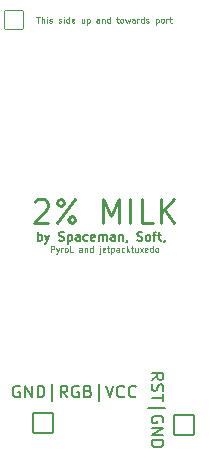
<source format=gbr>
%TF.GenerationSoftware,KiCad,Pcbnew,(6.0.6)*%
%TF.CreationDate,2022-09-08T19:20:13+10:00*%
%TF.ProjectId,milk,6d696c6b-2e6b-4696-9361-645f70636258,rev?*%
%TF.SameCoordinates,Original*%
%TF.FileFunction,Legend,Top*%
%TF.FilePolarity,Positive*%
%FSLAX46Y46*%
G04 Gerber Fmt 4.6, Leading zero omitted, Abs format (unit mm)*
G04 Created by KiCad (PCBNEW (6.0.6)) date 2022-09-08 19:20:13*
%MOMM*%
%LPD*%
G01*
G04 APERTURE LIST*
G04 Aperture macros list*
%AMRoundRect*
0 Rectangle with rounded corners*
0 $1 Rounding radius*
0 $2 $3 $4 $5 $6 $7 $8 $9 X,Y pos of 4 corners*
0 Add a 4 corners polygon primitive as box body*
4,1,4,$2,$3,$4,$5,$6,$7,$8,$9,$2,$3,0*
0 Add four circle primitives for the rounded corners*
1,1,$1+$1,$2,$3*
1,1,$1+$1,$4,$5*
1,1,$1+$1,$6,$7*
1,1,$1+$1,$8,$9*
0 Add four rect primitives between the rounded corners*
20,1,$1+$1,$2,$3,$4,$5,0*
20,1,$1+$1,$4,$5,$6,$7,0*
20,1,$1+$1,$6,$7,$8,$9,0*
20,1,$1+$1,$8,$9,$2,$3,0*%
%AMHorizOval*
0 Thick line with rounded ends*
0 $1 width*
0 $2 $3 position (X,Y) of the first rounded end (center of the circle)*
0 $4 $5 position (X,Y) of the second rounded end (center of the circle)*
0 Add line between two ends*
20,1,$1,$2,$3,$4,$5,0*
0 Add two circle primitives to create the rounded ends*
1,1,$1,$2,$3*
1,1,$1,$4,$5*%
G04 Aperture macros list end*
%ADD10C,0.150000*%
%ADD11C,0.100000*%
%ADD12C,0.250000*%
%ADD13R,1.600000X1.600000*%
%ADD14C,1.600000*%
%ADD15RoundRect,0.051000X0.850000X-0.850000X0.850000X0.850000X-0.850000X0.850000X-0.850000X-0.850000X0*%
%ADD16O,1.802000X1.802000*%
%ADD17RoundRect,0.051000X0.850000X0.850000X-0.850000X0.850000X-0.850000X-0.850000X0.850000X-0.850000X0*%
%ADD18RoundRect,0.051000X-0.800000X0.800000X-0.800000X-0.800000X0.800000X-0.800000X0.800000X0.800000X0*%
%ADD19C,1.702000*%
%ADD20C,1.852000*%
%ADD21C,4.089800*%
%ADD22C,2.352000*%
%ADD23HorizOval,2.352000X-0.655001X0.730000X0.655001X-0.730000X0*%
%ADD24HorizOval,2.352000X-0.020000X0.290000X0.020000X-0.290000X0*%
G04 APERTURE END LIST*
D10*
X222857142Y-82500000D02*
X222761904Y-82452380D01*
X222619047Y-82452380D01*
X222476190Y-82500000D01*
X222380952Y-82595238D01*
X222333333Y-82690476D01*
X222285714Y-82880952D01*
X222285714Y-83023809D01*
X222333333Y-83214285D01*
X222380952Y-83309523D01*
X222476190Y-83404761D01*
X222619047Y-83452380D01*
X222714285Y-83452380D01*
X222857142Y-83404761D01*
X222904761Y-83357142D01*
X222904761Y-83023809D01*
X222714285Y-83023809D01*
X223333333Y-83452380D02*
X223333333Y-82452380D01*
X223904761Y-83452380D01*
X223904761Y-82452380D01*
X224380952Y-83452380D02*
X224380952Y-82452380D01*
X224619047Y-82452380D01*
X224761904Y-82500000D01*
X224857142Y-82595238D01*
X224904761Y-82690476D01*
X224952380Y-82880952D01*
X224952380Y-83023809D01*
X224904761Y-83214285D01*
X224857142Y-83309523D01*
X224761904Y-83404761D01*
X224619047Y-83452380D01*
X224380952Y-83452380D01*
X225619047Y-83785714D02*
X225619047Y-82357142D01*
X226904761Y-83452380D02*
X226571428Y-82976190D01*
X226333333Y-83452380D02*
X226333333Y-82452380D01*
X226714285Y-82452380D01*
X226809523Y-82500000D01*
X226857142Y-82547619D01*
X226904761Y-82642857D01*
X226904761Y-82785714D01*
X226857142Y-82880952D01*
X226809523Y-82928571D01*
X226714285Y-82976190D01*
X226333333Y-82976190D01*
X227857142Y-82500000D02*
X227761904Y-82452380D01*
X227619047Y-82452380D01*
X227476190Y-82500000D01*
X227380952Y-82595238D01*
X227333333Y-82690476D01*
X227285714Y-82880952D01*
X227285714Y-83023809D01*
X227333333Y-83214285D01*
X227380952Y-83309523D01*
X227476190Y-83404761D01*
X227619047Y-83452380D01*
X227714285Y-83452380D01*
X227857142Y-83404761D01*
X227904761Y-83357142D01*
X227904761Y-83023809D01*
X227714285Y-83023809D01*
X228666666Y-82928571D02*
X228809523Y-82976190D01*
X228857142Y-83023809D01*
X228904761Y-83119047D01*
X228904761Y-83261904D01*
X228857142Y-83357142D01*
X228809523Y-83404761D01*
X228714285Y-83452380D01*
X228333333Y-83452380D01*
X228333333Y-82452380D01*
X228666666Y-82452380D01*
X228761904Y-82500000D01*
X228809523Y-82547619D01*
X228857142Y-82642857D01*
X228857142Y-82738095D01*
X228809523Y-82833333D01*
X228761904Y-82880952D01*
X228666666Y-82928571D01*
X228333333Y-82928571D01*
X229571428Y-83785714D02*
X229571428Y-82357142D01*
X230142857Y-82452380D02*
X230476190Y-83452380D01*
X230809523Y-82452380D01*
X231714285Y-83357142D02*
X231666666Y-83404761D01*
X231523809Y-83452380D01*
X231428571Y-83452380D01*
X231285714Y-83404761D01*
X231190476Y-83309523D01*
X231142857Y-83214285D01*
X231095238Y-83023809D01*
X231095238Y-82880952D01*
X231142857Y-82690476D01*
X231190476Y-82595238D01*
X231285714Y-82500000D01*
X231428571Y-82452380D01*
X231523809Y-82452380D01*
X231666666Y-82500000D01*
X231714285Y-82547619D01*
X232714285Y-83357142D02*
X232666666Y-83404761D01*
X232523809Y-83452380D01*
X232428571Y-83452380D01*
X232285714Y-83404761D01*
X232190476Y-83309523D01*
X232142857Y-83214285D01*
X232095238Y-83023809D01*
X232095238Y-82880952D01*
X232142857Y-82690476D01*
X232190476Y-82595238D01*
X232285714Y-82500000D01*
X232428571Y-82452380D01*
X232523809Y-82452380D01*
X232666666Y-82500000D01*
X232714285Y-82547619D01*
X234047619Y-81952380D02*
X234523809Y-81619047D01*
X234047619Y-81380952D02*
X235047619Y-81380952D01*
X235047619Y-81761904D01*
X235000000Y-81857142D01*
X234952380Y-81904761D01*
X234857142Y-81952380D01*
X234714285Y-81952380D01*
X234619047Y-81904761D01*
X234571428Y-81857142D01*
X234523809Y-81761904D01*
X234523809Y-81380952D01*
X234095238Y-82333333D02*
X234047619Y-82476190D01*
X234047619Y-82714285D01*
X234095238Y-82809523D01*
X234142857Y-82857142D01*
X234238095Y-82904761D01*
X234333333Y-82904761D01*
X234428571Y-82857142D01*
X234476190Y-82809523D01*
X234523809Y-82714285D01*
X234571428Y-82523809D01*
X234619047Y-82428571D01*
X234666666Y-82380952D01*
X234761904Y-82333333D01*
X234857142Y-82333333D01*
X234952380Y-82380952D01*
X235000000Y-82428571D01*
X235047619Y-82523809D01*
X235047619Y-82761904D01*
X235000000Y-82904761D01*
X235047619Y-83190476D02*
X235047619Y-83761904D01*
X234047619Y-83476190D02*
X235047619Y-83476190D01*
X233714285Y-84333333D02*
X235142857Y-84333333D01*
X235000000Y-85571428D02*
X235047619Y-85476190D01*
X235047619Y-85333333D01*
X235000000Y-85190476D01*
X234904761Y-85095238D01*
X234809523Y-85047619D01*
X234619047Y-85000000D01*
X234476190Y-85000000D01*
X234285714Y-85047619D01*
X234190476Y-85095238D01*
X234095238Y-85190476D01*
X234047619Y-85333333D01*
X234047619Y-85428571D01*
X234095238Y-85571428D01*
X234142857Y-85619047D01*
X234476190Y-85619047D01*
X234476190Y-85428571D01*
X234047619Y-86047619D02*
X235047619Y-86047619D01*
X234047619Y-86619047D01*
X235047619Y-86619047D01*
X234047619Y-87095238D02*
X235047619Y-87095238D01*
X235047619Y-87333333D01*
X235000000Y-87476190D01*
X234904761Y-87571428D01*
X234809523Y-87619047D01*
X234619047Y-87666666D01*
X234476190Y-87666666D01*
X234285714Y-87619047D01*
X234190476Y-87571428D01*
X234095238Y-87476190D01*
X234047619Y-87333333D01*
X234047619Y-87095238D01*
D11*
X224273809Y-51226190D02*
X224559523Y-51226190D01*
X224416666Y-51726190D02*
X224416666Y-51226190D01*
X224726190Y-51726190D02*
X224726190Y-51226190D01*
X224940476Y-51726190D02*
X224940476Y-51464285D01*
X224916666Y-51416666D01*
X224869047Y-51392857D01*
X224797619Y-51392857D01*
X224750000Y-51416666D01*
X224726190Y-51440476D01*
X225178571Y-51726190D02*
X225178571Y-51392857D01*
X225178571Y-51226190D02*
X225154761Y-51250000D01*
X225178571Y-51273809D01*
X225202380Y-51250000D01*
X225178571Y-51226190D01*
X225178571Y-51273809D01*
X225392857Y-51702380D02*
X225440476Y-51726190D01*
X225535714Y-51726190D01*
X225583333Y-51702380D01*
X225607142Y-51654761D01*
X225607142Y-51630952D01*
X225583333Y-51583333D01*
X225535714Y-51559523D01*
X225464285Y-51559523D01*
X225416666Y-51535714D01*
X225392857Y-51488095D01*
X225392857Y-51464285D01*
X225416666Y-51416666D01*
X225464285Y-51392857D01*
X225535714Y-51392857D01*
X225583333Y-51416666D01*
X226178571Y-51702380D02*
X226226190Y-51726190D01*
X226321428Y-51726190D01*
X226369047Y-51702380D01*
X226392857Y-51654761D01*
X226392857Y-51630952D01*
X226369047Y-51583333D01*
X226321428Y-51559523D01*
X226250000Y-51559523D01*
X226202380Y-51535714D01*
X226178571Y-51488095D01*
X226178571Y-51464285D01*
X226202380Y-51416666D01*
X226250000Y-51392857D01*
X226321428Y-51392857D01*
X226369047Y-51416666D01*
X226607142Y-51726190D02*
X226607142Y-51392857D01*
X226607142Y-51226190D02*
X226583333Y-51250000D01*
X226607142Y-51273809D01*
X226630952Y-51250000D01*
X226607142Y-51226190D01*
X226607142Y-51273809D01*
X227059523Y-51726190D02*
X227059523Y-51226190D01*
X227059523Y-51702380D02*
X227011904Y-51726190D01*
X226916666Y-51726190D01*
X226869047Y-51702380D01*
X226845238Y-51678571D01*
X226821428Y-51630952D01*
X226821428Y-51488095D01*
X226845238Y-51440476D01*
X226869047Y-51416666D01*
X226916666Y-51392857D01*
X227011904Y-51392857D01*
X227059523Y-51416666D01*
X227488095Y-51702380D02*
X227440476Y-51726190D01*
X227345238Y-51726190D01*
X227297619Y-51702380D01*
X227273809Y-51654761D01*
X227273809Y-51464285D01*
X227297619Y-51416666D01*
X227345238Y-51392857D01*
X227440476Y-51392857D01*
X227488095Y-51416666D01*
X227511904Y-51464285D01*
X227511904Y-51511904D01*
X227273809Y-51559523D01*
X228321428Y-51392857D02*
X228321428Y-51726190D01*
X228107142Y-51392857D02*
X228107142Y-51654761D01*
X228130952Y-51702380D01*
X228178571Y-51726190D01*
X228250000Y-51726190D01*
X228297619Y-51702380D01*
X228321428Y-51678571D01*
X228559523Y-51392857D02*
X228559523Y-51892857D01*
X228559523Y-51416666D02*
X228607142Y-51392857D01*
X228702380Y-51392857D01*
X228750000Y-51416666D01*
X228773809Y-51440476D01*
X228797619Y-51488095D01*
X228797619Y-51630952D01*
X228773809Y-51678571D01*
X228750000Y-51702380D01*
X228702380Y-51726190D01*
X228607142Y-51726190D01*
X228559523Y-51702380D01*
X229607142Y-51726190D02*
X229607142Y-51464285D01*
X229583333Y-51416666D01*
X229535714Y-51392857D01*
X229440476Y-51392857D01*
X229392857Y-51416666D01*
X229607142Y-51702380D02*
X229559523Y-51726190D01*
X229440476Y-51726190D01*
X229392857Y-51702380D01*
X229369047Y-51654761D01*
X229369047Y-51607142D01*
X229392857Y-51559523D01*
X229440476Y-51535714D01*
X229559523Y-51535714D01*
X229607142Y-51511904D01*
X229845238Y-51392857D02*
X229845238Y-51726190D01*
X229845238Y-51440476D02*
X229869047Y-51416666D01*
X229916666Y-51392857D01*
X229988095Y-51392857D01*
X230035714Y-51416666D01*
X230059523Y-51464285D01*
X230059523Y-51726190D01*
X230511904Y-51726190D02*
X230511904Y-51226190D01*
X230511904Y-51702380D02*
X230464285Y-51726190D01*
X230369047Y-51726190D01*
X230321428Y-51702380D01*
X230297619Y-51678571D01*
X230273809Y-51630952D01*
X230273809Y-51488095D01*
X230297619Y-51440476D01*
X230321428Y-51416666D01*
X230369047Y-51392857D01*
X230464285Y-51392857D01*
X230511904Y-51416666D01*
X231059523Y-51392857D02*
X231250000Y-51392857D01*
X231130952Y-51226190D02*
X231130952Y-51654761D01*
X231154761Y-51702380D01*
X231202380Y-51726190D01*
X231250000Y-51726190D01*
X231488095Y-51726190D02*
X231440476Y-51702380D01*
X231416666Y-51678571D01*
X231392857Y-51630952D01*
X231392857Y-51488095D01*
X231416666Y-51440476D01*
X231440476Y-51416666D01*
X231488095Y-51392857D01*
X231559523Y-51392857D01*
X231607142Y-51416666D01*
X231630952Y-51440476D01*
X231654761Y-51488095D01*
X231654761Y-51630952D01*
X231630952Y-51678571D01*
X231607142Y-51702380D01*
X231559523Y-51726190D01*
X231488095Y-51726190D01*
X231821428Y-51392857D02*
X231916666Y-51726190D01*
X232011904Y-51488095D01*
X232107142Y-51726190D01*
X232202380Y-51392857D01*
X232607142Y-51726190D02*
X232607142Y-51464285D01*
X232583333Y-51416666D01*
X232535714Y-51392857D01*
X232440476Y-51392857D01*
X232392857Y-51416666D01*
X232607142Y-51702380D02*
X232559523Y-51726190D01*
X232440476Y-51726190D01*
X232392857Y-51702380D01*
X232369047Y-51654761D01*
X232369047Y-51607142D01*
X232392857Y-51559523D01*
X232440476Y-51535714D01*
X232559523Y-51535714D01*
X232607142Y-51511904D01*
X232845238Y-51726190D02*
X232845238Y-51392857D01*
X232845238Y-51488095D02*
X232869047Y-51440476D01*
X232892857Y-51416666D01*
X232940476Y-51392857D01*
X232988095Y-51392857D01*
X233369047Y-51726190D02*
X233369047Y-51226190D01*
X233369047Y-51702380D02*
X233321428Y-51726190D01*
X233226190Y-51726190D01*
X233178571Y-51702380D01*
X233154761Y-51678571D01*
X233130952Y-51630952D01*
X233130952Y-51488095D01*
X233154761Y-51440476D01*
X233178571Y-51416666D01*
X233226190Y-51392857D01*
X233321428Y-51392857D01*
X233369047Y-51416666D01*
X233583333Y-51702380D02*
X233630952Y-51726190D01*
X233726190Y-51726190D01*
X233773809Y-51702380D01*
X233797619Y-51654761D01*
X233797619Y-51630952D01*
X233773809Y-51583333D01*
X233726190Y-51559523D01*
X233654761Y-51559523D01*
X233607142Y-51535714D01*
X233583333Y-51488095D01*
X233583333Y-51464285D01*
X233607142Y-51416666D01*
X233654761Y-51392857D01*
X233726190Y-51392857D01*
X233773809Y-51416666D01*
X234392857Y-51392857D02*
X234392857Y-51892857D01*
X234392857Y-51416666D02*
X234440476Y-51392857D01*
X234535714Y-51392857D01*
X234583333Y-51416666D01*
X234607142Y-51440476D01*
X234630952Y-51488095D01*
X234630952Y-51630952D01*
X234607142Y-51678571D01*
X234583333Y-51702380D01*
X234535714Y-51726190D01*
X234440476Y-51726190D01*
X234392857Y-51702380D01*
X234916666Y-51726190D02*
X234869047Y-51702380D01*
X234845238Y-51678571D01*
X234821428Y-51630952D01*
X234821428Y-51488095D01*
X234845238Y-51440476D01*
X234869047Y-51416666D01*
X234916666Y-51392857D01*
X234988095Y-51392857D01*
X235035714Y-51416666D01*
X235059523Y-51440476D01*
X235083333Y-51488095D01*
X235083333Y-51630952D01*
X235059523Y-51678571D01*
X235035714Y-51702380D01*
X234988095Y-51726190D01*
X234916666Y-51726190D01*
X235297619Y-51726190D02*
X235297619Y-51392857D01*
X235297619Y-51488095D02*
X235321428Y-51440476D01*
X235345238Y-51416666D01*
X235392857Y-51392857D01*
X235440476Y-51392857D01*
X235535714Y-51392857D02*
X235726190Y-51392857D01*
X235607142Y-51226190D02*
X235607142Y-51654761D01*
X235630952Y-51702380D01*
X235678571Y-51726190D01*
X235726190Y-51726190D01*
X225502380Y-71126190D02*
X225502380Y-70626190D01*
X225692857Y-70626190D01*
X225740476Y-70650000D01*
X225764285Y-70673809D01*
X225788095Y-70721428D01*
X225788095Y-70792857D01*
X225764285Y-70840476D01*
X225740476Y-70864285D01*
X225692857Y-70888095D01*
X225502380Y-70888095D01*
X225954761Y-70792857D02*
X226073809Y-71126190D01*
X226192857Y-70792857D02*
X226073809Y-71126190D01*
X226026190Y-71245238D01*
X226002380Y-71269047D01*
X225954761Y-71292857D01*
X226383333Y-71126190D02*
X226383333Y-70792857D01*
X226383333Y-70888095D02*
X226407142Y-70840476D01*
X226430952Y-70816666D01*
X226478571Y-70792857D01*
X226526190Y-70792857D01*
X226764285Y-71126190D02*
X226716666Y-71102380D01*
X226692857Y-71078571D01*
X226669047Y-71030952D01*
X226669047Y-70888095D01*
X226692857Y-70840476D01*
X226716666Y-70816666D01*
X226764285Y-70792857D01*
X226835714Y-70792857D01*
X226883333Y-70816666D01*
X226907142Y-70840476D01*
X226930952Y-70888095D01*
X226930952Y-71030952D01*
X226907142Y-71078571D01*
X226883333Y-71102380D01*
X226835714Y-71126190D01*
X226764285Y-71126190D01*
X227383333Y-71126190D02*
X227145238Y-71126190D01*
X227145238Y-70626190D01*
X228145238Y-71126190D02*
X228145238Y-70864285D01*
X228121428Y-70816666D01*
X228073809Y-70792857D01*
X227978571Y-70792857D01*
X227930952Y-70816666D01*
X228145238Y-71102380D02*
X228097619Y-71126190D01*
X227978571Y-71126190D01*
X227930952Y-71102380D01*
X227907142Y-71054761D01*
X227907142Y-71007142D01*
X227930952Y-70959523D01*
X227978571Y-70935714D01*
X228097619Y-70935714D01*
X228145238Y-70911904D01*
X228383333Y-70792857D02*
X228383333Y-71126190D01*
X228383333Y-70840476D02*
X228407142Y-70816666D01*
X228454761Y-70792857D01*
X228526190Y-70792857D01*
X228573809Y-70816666D01*
X228597619Y-70864285D01*
X228597619Y-71126190D01*
X229050000Y-71126190D02*
X229050000Y-70626190D01*
X229050000Y-71102380D02*
X229002380Y-71126190D01*
X228907142Y-71126190D01*
X228859523Y-71102380D01*
X228835714Y-71078571D01*
X228811904Y-71030952D01*
X228811904Y-70888095D01*
X228835714Y-70840476D01*
X228859523Y-70816666D01*
X228907142Y-70792857D01*
X229002380Y-70792857D01*
X229050000Y-70816666D01*
X229669047Y-70792857D02*
X229669047Y-71221428D01*
X229645238Y-71269047D01*
X229597619Y-71292857D01*
X229573809Y-71292857D01*
X229669047Y-70626190D02*
X229645238Y-70650000D01*
X229669047Y-70673809D01*
X229692857Y-70650000D01*
X229669047Y-70626190D01*
X229669047Y-70673809D01*
X230097619Y-71102380D02*
X230050000Y-71126190D01*
X229954761Y-71126190D01*
X229907142Y-71102380D01*
X229883333Y-71054761D01*
X229883333Y-70864285D01*
X229907142Y-70816666D01*
X229954761Y-70792857D01*
X230050000Y-70792857D01*
X230097619Y-70816666D01*
X230121428Y-70864285D01*
X230121428Y-70911904D01*
X229883333Y-70959523D01*
X230264285Y-70792857D02*
X230454761Y-70792857D01*
X230335714Y-70626190D02*
X230335714Y-71054761D01*
X230359523Y-71102380D01*
X230407142Y-71126190D01*
X230454761Y-71126190D01*
X230621428Y-70792857D02*
X230621428Y-71292857D01*
X230621428Y-70816666D02*
X230669047Y-70792857D01*
X230764285Y-70792857D01*
X230811904Y-70816666D01*
X230835714Y-70840476D01*
X230859523Y-70888095D01*
X230859523Y-71030952D01*
X230835714Y-71078571D01*
X230811904Y-71102380D01*
X230764285Y-71126190D01*
X230669047Y-71126190D01*
X230621428Y-71102380D01*
X231288095Y-71126190D02*
X231288095Y-70864285D01*
X231264285Y-70816666D01*
X231216666Y-70792857D01*
X231121428Y-70792857D01*
X231073809Y-70816666D01*
X231288095Y-71102380D02*
X231240476Y-71126190D01*
X231121428Y-71126190D01*
X231073809Y-71102380D01*
X231050000Y-71054761D01*
X231050000Y-71007142D01*
X231073809Y-70959523D01*
X231121428Y-70935714D01*
X231240476Y-70935714D01*
X231288095Y-70911904D01*
X231740476Y-71102380D02*
X231692857Y-71126190D01*
X231597619Y-71126190D01*
X231550000Y-71102380D01*
X231526190Y-71078571D01*
X231502380Y-71030952D01*
X231502380Y-70888095D01*
X231526190Y-70840476D01*
X231550000Y-70816666D01*
X231597619Y-70792857D01*
X231692857Y-70792857D01*
X231740476Y-70816666D01*
X231954761Y-71126190D02*
X231954761Y-70626190D01*
X232002380Y-70935714D02*
X232145238Y-71126190D01*
X232145238Y-70792857D02*
X231954761Y-70983333D01*
X232288095Y-70792857D02*
X232478571Y-70792857D01*
X232359523Y-70626190D02*
X232359523Y-71054761D01*
X232383333Y-71102380D01*
X232430952Y-71126190D01*
X232478571Y-71126190D01*
X232859523Y-70792857D02*
X232859523Y-71126190D01*
X232645238Y-70792857D02*
X232645238Y-71054761D01*
X232669047Y-71102380D01*
X232716666Y-71126190D01*
X232788095Y-71126190D01*
X232835714Y-71102380D01*
X232859523Y-71078571D01*
X233050000Y-71126190D02*
X233311904Y-70792857D01*
X233050000Y-70792857D02*
X233311904Y-71126190D01*
X233692857Y-71102380D02*
X233645238Y-71126190D01*
X233550000Y-71126190D01*
X233502380Y-71102380D01*
X233478571Y-71054761D01*
X233478571Y-70864285D01*
X233502380Y-70816666D01*
X233550000Y-70792857D01*
X233645238Y-70792857D01*
X233692857Y-70816666D01*
X233716666Y-70864285D01*
X233716666Y-70911904D01*
X233478571Y-70959523D01*
X234145238Y-71126190D02*
X234145238Y-70626190D01*
X234145238Y-71102380D02*
X234097619Y-71126190D01*
X234002380Y-71126190D01*
X233954761Y-71102380D01*
X233930952Y-71078571D01*
X233907142Y-71030952D01*
X233907142Y-70888095D01*
X233930952Y-70840476D01*
X233954761Y-70816666D01*
X234002380Y-70792857D01*
X234097619Y-70792857D01*
X234145238Y-70816666D01*
X234454761Y-71126190D02*
X234407142Y-71102380D01*
X234383333Y-71078571D01*
X234359523Y-71030952D01*
X234359523Y-70888095D01*
X234383333Y-70840476D01*
X234407142Y-70816666D01*
X234454761Y-70792857D01*
X234526190Y-70792857D01*
X234573809Y-70816666D01*
X234597619Y-70840476D01*
X234621428Y-70888095D01*
X234621428Y-71030952D01*
X234597619Y-71078571D01*
X234573809Y-71102380D01*
X234526190Y-71126190D01*
X234454761Y-71126190D01*
D12*
X224145238Y-66870238D02*
X224240476Y-66775000D01*
X224430952Y-66679761D01*
X224907142Y-66679761D01*
X225097619Y-66775000D01*
X225192857Y-66870238D01*
X225288095Y-67060714D01*
X225288095Y-67251190D01*
X225192857Y-67536904D01*
X224050000Y-68679761D01*
X225288095Y-68679761D01*
X226050000Y-68679761D02*
X227573809Y-66679761D01*
X226335714Y-66679761D02*
X226526190Y-66775000D01*
X226621428Y-66965476D01*
X226526190Y-67155952D01*
X226335714Y-67251190D01*
X226145238Y-67155952D01*
X226050000Y-66965476D01*
X226145238Y-66775000D01*
X226335714Y-66679761D01*
X227478571Y-68584523D02*
X227573809Y-68394047D01*
X227478571Y-68203571D01*
X227288095Y-68108333D01*
X227097619Y-68203571D01*
X227002380Y-68394047D01*
X227097619Y-68584523D01*
X227288095Y-68679761D01*
X227478571Y-68584523D01*
X229954761Y-68679761D02*
X229954761Y-66679761D01*
X230621428Y-68108333D01*
X231288095Y-66679761D01*
X231288095Y-68679761D01*
X232240476Y-68679761D02*
X232240476Y-66679761D01*
X234145238Y-68679761D02*
X233192857Y-68679761D01*
X233192857Y-66679761D01*
X234811904Y-68679761D02*
X234811904Y-66679761D01*
X235954761Y-68679761D02*
X235097619Y-67536904D01*
X235954761Y-66679761D02*
X234811904Y-67822619D01*
D10*
X224407142Y-70189285D02*
X224407142Y-69439285D01*
X224407142Y-69725000D02*
X224478571Y-69689285D01*
X224621428Y-69689285D01*
X224692857Y-69725000D01*
X224728571Y-69760714D01*
X224764285Y-69832142D01*
X224764285Y-70046428D01*
X224728571Y-70117857D01*
X224692857Y-70153571D01*
X224621428Y-70189285D01*
X224478571Y-70189285D01*
X224407142Y-70153571D01*
X225014285Y-69689285D02*
X225192857Y-70189285D01*
X225371428Y-69689285D02*
X225192857Y-70189285D01*
X225121428Y-70367857D01*
X225085714Y-70403571D01*
X225014285Y-70439285D01*
X226192857Y-70153571D02*
X226300000Y-70189285D01*
X226478571Y-70189285D01*
X226550000Y-70153571D01*
X226585714Y-70117857D01*
X226621428Y-70046428D01*
X226621428Y-69975000D01*
X226585714Y-69903571D01*
X226550000Y-69867857D01*
X226478571Y-69832142D01*
X226335714Y-69796428D01*
X226264285Y-69760714D01*
X226228571Y-69725000D01*
X226192857Y-69653571D01*
X226192857Y-69582142D01*
X226228571Y-69510714D01*
X226264285Y-69475000D01*
X226335714Y-69439285D01*
X226514285Y-69439285D01*
X226621428Y-69475000D01*
X226942857Y-69689285D02*
X226942857Y-70439285D01*
X226942857Y-69725000D02*
X227014285Y-69689285D01*
X227157142Y-69689285D01*
X227228571Y-69725000D01*
X227264285Y-69760714D01*
X227300000Y-69832142D01*
X227300000Y-70046428D01*
X227264285Y-70117857D01*
X227228571Y-70153571D01*
X227157142Y-70189285D01*
X227014285Y-70189285D01*
X226942857Y-70153571D01*
X227942857Y-70189285D02*
X227942857Y-69796428D01*
X227907142Y-69725000D01*
X227835714Y-69689285D01*
X227692857Y-69689285D01*
X227621428Y-69725000D01*
X227942857Y-70153571D02*
X227871428Y-70189285D01*
X227692857Y-70189285D01*
X227621428Y-70153571D01*
X227585714Y-70082142D01*
X227585714Y-70010714D01*
X227621428Y-69939285D01*
X227692857Y-69903571D01*
X227871428Y-69903571D01*
X227942857Y-69867857D01*
X228621428Y-70153571D02*
X228550000Y-70189285D01*
X228407142Y-70189285D01*
X228335714Y-70153571D01*
X228300000Y-70117857D01*
X228264285Y-70046428D01*
X228264285Y-69832142D01*
X228300000Y-69760714D01*
X228335714Y-69725000D01*
X228407142Y-69689285D01*
X228550000Y-69689285D01*
X228621428Y-69725000D01*
X229228571Y-70153571D02*
X229157142Y-70189285D01*
X229014285Y-70189285D01*
X228942857Y-70153571D01*
X228907142Y-70082142D01*
X228907142Y-69796428D01*
X228942857Y-69725000D01*
X229014285Y-69689285D01*
X229157142Y-69689285D01*
X229228571Y-69725000D01*
X229264285Y-69796428D01*
X229264285Y-69867857D01*
X228907142Y-69939285D01*
X229585714Y-70189285D02*
X229585714Y-69689285D01*
X229585714Y-69760714D02*
X229621428Y-69725000D01*
X229692857Y-69689285D01*
X229800000Y-69689285D01*
X229871428Y-69725000D01*
X229907142Y-69796428D01*
X229907142Y-70189285D01*
X229907142Y-69796428D02*
X229942857Y-69725000D01*
X230014285Y-69689285D01*
X230121428Y-69689285D01*
X230192857Y-69725000D01*
X230228571Y-69796428D01*
X230228571Y-70189285D01*
X230907142Y-70189285D02*
X230907142Y-69796428D01*
X230871428Y-69725000D01*
X230800000Y-69689285D01*
X230657142Y-69689285D01*
X230585714Y-69725000D01*
X230907142Y-70153571D02*
X230835714Y-70189285D01*
X230657142Y-70189285D01*
X230585714Y-70153571D01*
X230550000Y-70082142D01*
X230550000Y-70010714D01*
X230585714Y-69939285D01*
X230657142Y-69903571D01*
X230835714Y-69903571D01*
X230907142Y-69867857D01*
X231264285Y-69689285D02*
X231264285Y-70189285D01*
X231264285Y-69760714D02*
X231300000Y-69725000D01*
X231371428Y-69689285D01*
X231478571Y-69689285D01*
X231550000Y-69725000D01*
X231585714Y-69796428D01*
X231585714Y-70189285D01*
X231978571Y-70153571D02*
X231978571Y-70189285D01*
X231942857Y-70260714D01*
X231907142Y-70296428D01*
X232835714Y-70153571D02*
X232942857Y-70189285D01*
X233121428Y-70189285D01*
X233192857Y-70153571D01*
X233228571Y-70117857D01*
X233264285Y-70046428D01*
X233264285Y-69975000D01*
X233228571Y-69903571D01*
X233192857Y-69867857D01*
X233121428Y-69832142D01*
X232978571Y-69796428D01*
X232907142Y-69760714D01*
X232871428Y-69725000D01*
X232835714Y-69653571D01*
X232835714Y-69582142D01*
X232871428Y-69510714D01*
X232907142Y-69475000D01*
X232978571Y-69439285D01*
X233157142Y-69439285D01*
X233264285Y-69475000D01*
X233692857Y-70189285D02*
X233621428Y-70153571D01*
X233585714Y-70117857D01*
X233550000Y-70046428D01*
X233550000Y-69832142D01*
X233585714Y-69760714D01*
X233621428Y-69725000D01*
X233692857Y-69689285D01*
X233800000Y-69689285D01*
X233871428Y-69725000D01*
X233907142Y-69760714D01*
X233942857Y-69832142D01*
X233942857Y-70046428D01*
X233907142Y-70117857D01*
X233871428Y-70153571D01*
X233800000Y-70189285D01*
X233692857Y-70189285D01*
X234157142Y-69689285D02*
X234442857Y-69689285D01*
X234264285Y-70189285D02*
X234264285Y-69546428D01*
X234300000Y-69475000D01*
X234371428Y-69439285D01*
X234442857Y-69439285D01*
X234585714Y-69689285D02*
X234871428Y-69689285D01*
X234692857Y-69439285D02*
X234692857Y-70082142D01*
X234728571Y-70153571D01*
X234800000Y-70189285D01*
X234871428Y-70189285D01*
X235157142Y-70153571D02*
X235157142Y-70189285D01*
X235121428Y-70260714D01*
X235085714Y-70296428D01*
D13*
%TO.C,U1*%
X222426550Y-51537235D03*
D14*
X222426550Y-54077235D03*
X222426550Y-56617235D03*
X222426550Y-59157235D03*
X222426550Y-61697235D03*
X222426550Y-64237235D03*
X222426550Y-66777235D03*
X222426550Y-69317235D03*
X222426550Y-71857235D03*
X222426550Y-74397235D03*
X222426550Y-76937235D03*
X222426550Y-79477235D03*
X237666550Y-79477235D03*
X237666550Y-76937235D03*
X237666550Y-74397235D03*
X237666550Y-71857235D03*
X237666550Y-69317235D03*
X237666550Y-66777235D03*
X237666550Y-64237235D03*
X237666550Y-61697235D03*
X237666550Y-59157235D03*
X237666550Y-56617235D03*
X237666550Y-54077235D03*
X237666550Y-51537235D03*
%TD*%
%LPC*%
D15*
%TO.C,J1*%
X224875000Y-85600000D03*
D16*
X227415000Y-85600000D03*
X229955000Y-85600000D03*
%TD*%
D17*
%TO.C,J4*%
X236753400Y-85775800D03*
D16*
X236753400Y-83235800D03*
%TD*%
D18*
%TO.C,U1*%
X222426550Y-51537235D03*
D19*
X222426550Y-54077235D03*
X222426550Y-56617235D03*
X222426550Y-59157235D03*
X222426550Y-61697235D03*
X222426550Y-64237235D03*
X222426550Y-66777235D03*
X222426550Y-69317235D03*
X222426550Y-71857235D03*
X222426550Y-74397235D03*
X222426550Y-76937235D03*
X222426550Y-79477235D03*
X237666550Y-79477235D03*
X237666550Y-76937235D03*
X237666550Y-74397235D03*
X237666550Y-71857235D03*
X237666550Y-69317235D03*
X237666550Y-66777235D03*
X237666550Y-64237235D03*
X237666550Y-61697235D03*
X237666550Y-59157235D03*
X237666550Y-56617235D03*
X237666550Y-54077235D03*
X237666550Y-51537235D03*
%TD*%
D20*
%TO.C,K1*%
X224966550Y-59554110D03*
X235126550Y-59554110D03*
D21*
X230046550Y-59554110D03*
D22*
X232546550Y-55554110D03*
D23*
X233201549Y-56284110D03*
D24*
X227526550Y-54764110D03*
D22*
X227506550Y-54474110D03*
%TD*%
D21*
%TO.C,K2*%
X230046550Y-78604110D03*
D20*
X235126550Y-78604110D03*
X224966550Y-78604110D03*
D22*
X232546550Y-74604110D03*
D23*
X233201549Y-75334110D03*
D24*
X227526550Y-73814110D03*
D22*
X227506550Y-73524110D03*
%TD*%
M02*

</source>
